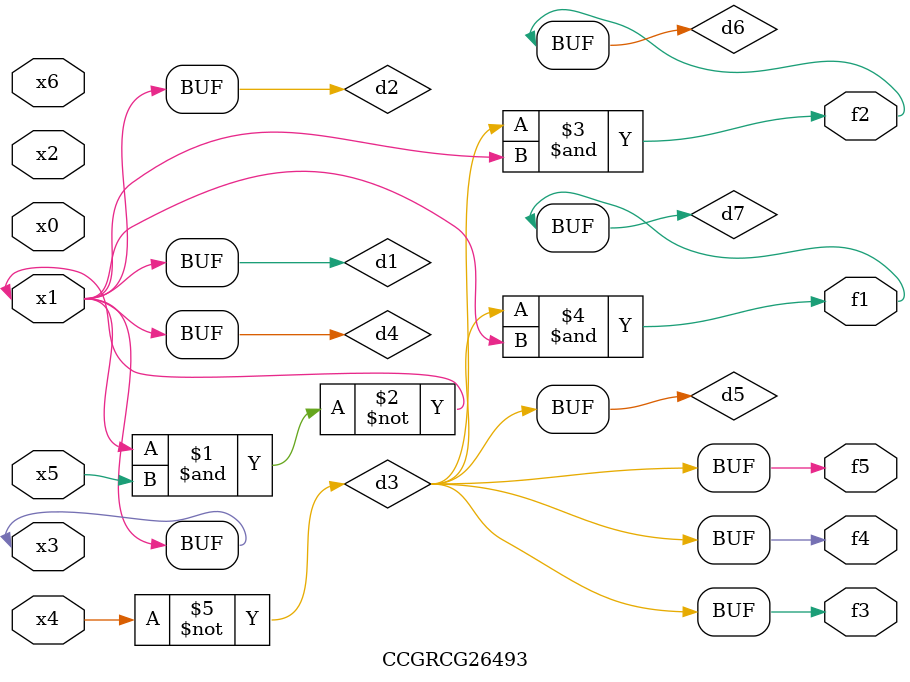
<source format=v>
module CCGRCG26493(
	input x0, x1, x2, x3, x4, x5, x6,
	output f1, f2, f3, f4, f5
);

	wire d1, d2, d3, d4, d5, d6, d7;

	buf (d1, x1, x3);
	nand (d2, x1, x5);
	not (d3, x4);
	buf (d4, d1, d2);
	buf (d5, d3);
	and (d6, d3, d4);
	and (d7, d3, d4);
	assign f1 = d7;
	assign f2 = d6;
	assign f3 = d5;
	assign f4 = d5;
	assign f5 = d5;
endmodule

</source>
